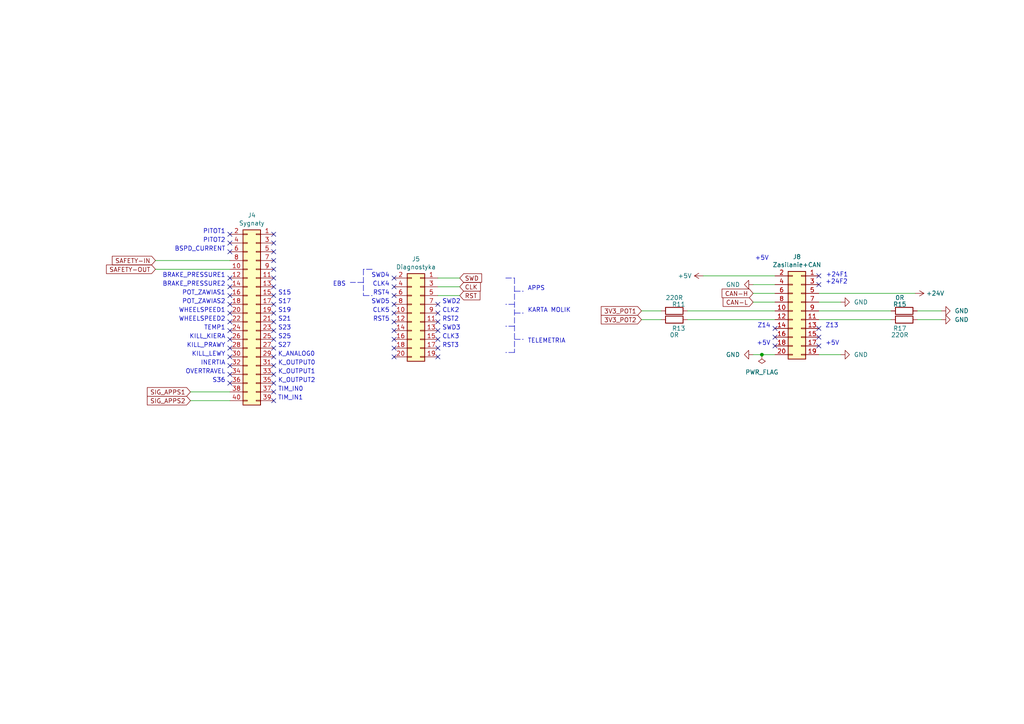
<source format=kicad_sch>
(kicad_sch (version 20211123) (generator eeschema)
  (paper "A4")
  (lib_symbols
    (symbol "Device:R" (pin_numbers hide) (pin_names (offset 0))
      (property "Reference" "R" (at 2.032 0 90))
      (property "Value" "R" (at 0 0 90))
      (symbol "R_0_1"
        (rectangle (start -1.016 -2.54) (end 1.016 2.54) (stroke (width 0.254)))
      )
      (symbol "R_1_1"
        (pin passive line (at 0 3.81 270) (length 1.27) (name "~") (number "1"))
        (pin passive line (at 0 -3.81 90) (length 1.27) (name "~") (number "2"))
      )
    )
    (symbol "conn_02x10_odd_even:Conn_02x10_Odd_Even" (pin_names (offset 1.016) hide)
      (property "Reference" "J" (at 1.27 12.7 0))
      (property "Value" "conn_02x10_odd_even_Conn_02x10_Odd_Even" (at 1.27 -15.24 0))
      (symbol "Conn_02x10_Odd_Even_1_1"
        (rectangle (start -1.27 -12.573) (end 0 -12.827) (stroke (width 0.1524)))
        (rectangle (start -1.27 -10.033) (end 0 -10.287) (stroke (width 0.1524)))
        (rectangle (start -1.27 -7.493) (end 0 -7.747) (stroke (width 0.1524)))
        (rectangle (start -1.27 -4.953) (end 0 -5.207) (stroke (width 0.1524)))
        (rectangle (start -1.27 -2.413) (end 0 -2.667) (stroke (width 0.1524)))
        (rectangle (start -1.27 0.127) (end 0 -0.127) (stroke (width 0.1524)))
        (rectangle (start -1.27 2.667) (end 0 2.413) (stroke (width 0.1524)))
        (rectangle (start -1.27 5.207) (end 0 4.953) (stroke (width 0.1524)))
        (rectangle (start -1.27 7.747) (end 0 7.493) (stroke (width 0.1524)))
        (rectangle (start -1.27 10.287) (end 0 10.033) (stroke (width 0.1524)))
        (rectangle (start -1.27 11.43) (end 3.81 -13.97) (stroke (width 0.254)) (fill (type background)))
        (rectangle (start 3.81 -12.573) (end 2.54 -12.827) (stroke (width 0.1524)))
        (rectangle (start 3.81 -10.033) (end 2.54 -10.287) (stroke (width 0.1524)))
        (rectangle (start 3.81 -7.493) (end 2.54 -7.747) (stroke (width 0.1524)))
        (rectangle (start 3.81 -4.953) (end 2.54 -5.207) (stroke (width 0.1524)))
        (rectangle (start 3.81 -2.413) (end 2.54 -2.667) (stroke (width 0.1524)))
        (rectangle (start 3.81 0.127) (end 2.54 -0.127) (stroke (width 0.1524)))
        (rectangle (start 3.81 2.667) (end 2.54 2.413) (stroke (width 0.1524)))
        (rectangle (start 3.81 5.207) (end 2.54 4.953) (stroke (width 0.1524)))
        (rectangle (start 3.81 7.747) (end 2.54 7.493) (stroke (width 0.1524)))
        (rectangle (start 3.81 10.287) (end 2.54 10.033) (stroke (width 0.1524)))
        (pin passive line (at 7.62 10.16 180) (length 3.81) (name "Pin_1") (number "1"))
        (pin passive line (at -5.08 0 0) (length 3.81) (name "Pin_10") (number "10"))
        (pin passive line (at 7.62 -2.54 180) (length 3.81) (name "Pin_11") (number "11"))
        (pin passive line (at -5.08 -2.54 0) (length 3.81) (name "Pin_12") (number "12"))
        (pin passive line (at 7.62 -5.08 180) (length 3.81) (name "Pin_13") (number "13"))
        (pin passive line (at -5.08 -5.08 0) (length 3.81) (name "Pin_14") (number "14"))
        (pin passive line (at 7.62 -7.62 180) (length 3.81) (name "Pin_15") (number "15"))
        (pin passive line (at -5.08 -7.62 0) (length 3.81) (name "Pin_16") (number "16"))
        (pin passive line (at 7.62 -10.16 180) (length 3.81) (name "Pin_17") (number "17"))
        (pin passive line (at -5.08 -10.16 0) (length 3.81) (name "Pin_18") (number "18"))
        (pin passive line (at 7.62 -12.7 180) (length 3.81) (name "Pin_19") (number "19"))
        (pin passive line (at -5.08 10.16 0) (length 3.81) (name "Pin_2") (number "2"))
        (pin passive line (at -5.08 -12.7 0) (length 3.81) (name "Pin_20") (number "20"))
        (pin passive line (at 7.62 7.62 180) (length 3.81) (name "Pin_3") (number "3"))
        (pin passive line (at -5.08 7.62 0) (length 3.81) (name "Pin_4") (number "4"))
        (pin passive line (at 7.62 5.08 180) (length 3.81) (name "Pin_5") (number "5"))
        (pin passive line (at -5.08 5.08 0) (length 3.81) (name "Pin_6") (number "6"))
        (pin passive line (at 7.62 2.54 180) (length 3.81) (name "Pin_7") (number "7"))
        (pin passive line (at -5.08 2.54 0) (length 3.81) (name "Pin_8") (number "8"))
        (pin passive line (at 7.62 0 180) (length 3.81) (name "Pin_9") (number "9"))
      )
    )
    (symbol "conn_02x20_odd_even:Conn_02x20_Odd_Even" (pin_names (offset 1.016) hide)
      (property "Reference" "J" (at 1.27 25.4 0))
      (property "Value" "conn_02x20_odd_even_Conn_02x20_Odd_Even" (at 30.48 -25.4 0))
      (symbol "Conn_02x20_Odd_Even_1_1"
        (rectangle (start -1.27 -25.273) (end 0 -25.527) (stroke (width 0.1524)))
        (rectangle (start -1.27 -22.733) (end 0 -22.987) (stroke (width 0.1524)))
        (rectangle (start -1.27 -20.193) (end 0 -20.447) (stroke (width 0.1524)))
        (rectangle (start -1.27 -17.653) (end 0 -17.907) (stroke (width 0.1524)))
        (rectangle (start -1.27 -15.113) (end 0 -15.367) (stroke (width 0.1524)))
        (rectangle (start -1.27 -12.573) (end 0 -12.827) (stroke (width 0.1524)))
        (rectangle (start -1.27 -10.033) (end 0 -10.287) (stroke (width 0.1524)))
        (rectangle (start -1.27 -7.493) (end 0 -7.747) (stroke (width 0.1524)))
        (rectangle (start -1.27 -4.953) (end 0 -5.207) (stroke (width 0.1524)))
        (rectangle (start -1.27 -2.413) (end 0 -2.667) (stroke (width 0.1524)))
        (rectangle (start -1.27 0.127) (end 0 -0.127) (stroke (width 0.1524)))
        (rectangle (start -1.27 2.667) (end 0 2.413) (stroke (width 0.1524)))
        (rectangle (start -1.27 5.207) (end 0 4.953) (stroke (width 0.1524)))
        (rectangle (start -1.27 7.747) (end 0 7.493) (stroke (width 0.1524)))
        (rectangle (start -1.27 10.287) (end 0 10.033) (stroke (width 0.1524)))
        (rectangle (start -1.27 12.827) (end 0 12.573) (stroke (width 0.1524)))
        (rectangle (start -1.27 15.367) (end 0 15.113) (stroke (width 0.1524)))
        (rectangle (start -1.27 17.907) (end 0 17.653) (stroke (width 0.1524)))
        (rectangle (start -1.27 20.447) (end 0 20.193) (stroke (width 0.1524)))
        (rectangle (start -1.27 22.987) (end 0 22.733) (stroke (width 0.1524)))
        (rectangle (start -1.27 24.13) (end 3.81 -26.67) (stroke (width 0.254)) (fill (type background)))
        (rectangle (start 3.81 -25.273) (end 2.54 -25.527) (stroke (width 0.1524)))
        (rectangle (start 3.81 -22.733) (end 2.54 -22.987) (stroke (width 0.1524)))
        (rectangle (start 3.81 -20.193) (end 2.54 -20.447) (stroke (width 0.1524)))
        (rectangle (start 3.81 -17.653) (end 2.54 -17.907) (stroke (width 0.1524)))
        (rectangle (start 3.81 -15.113) (end 2.54 -15.367) (stroke (width 0.1524)))
        (rectangle (start 3.81 -12.573) (end 2.54 -12.827) (stroke (width 0.1524)))
        (rectangle (start 3.81 -10.033) (end 2.54 -10.287) (stroke (width 0.1524)))
        (rectangle (start 3.81 -7.493) (end 2.54 -7.747) (stroke (width 0.1524)))
        (rectangle (start 3.81 -4.953) (end 2.54 -5.207) (stroke (width 0.1524)))
        (rectangle (start 3.81 -2.413) (end 2.54 -2.667) (stroke (width 0.1524)))
        (rectangle (start 3.81 0.127) (end 2.54 -0.127) (stroke (width 0.1524)))
        (rectangle (start 3.81 2.667) (end 2.54 2.413) (stroke (width 0.1524)))
        (rectangle (start 3.81 5.207) (end 2.54 4.953) (stroke (width 0.1524)))
        (rectangle (start 3.81 7.747) (end 2.54 7.493) (stroke (width 0.1524)))
        (rectangle (start 3.81 10.287) (end 2.54 10.033) (stroke (width 0.1524)))
        (rectangle (start 3.81 12.827) (end 2.54 12.573) (stroke (width 0.1524)))
        (rectangle (start 3.81 15.367) (end 2.54 15.113) (stroke (width 0.1524)))
        (rectangle (start 3.81 17.907) (end 2.54 17.653) (stroke (width 0.1524)))
        (rectangle (start 3.81 20.447) (end 2.54 20.193) (stroke (width 0.1524)))
        (rectangle (start 3.81 22.987) (end 2.54 22.733) (stroke (width 0.1524)))
        (pin passive line (at 7.62 22.86 180) (length 3.81) (name "Pin_1") (number "1"))
        (pin passive line (at -5.08 12.7 0) (length 3.81) (name "Pin_10") (number "10"))
        (pin passive line (at 7.62 10.16 180) (length 3.81) (name "Pin_11") (number "11"))
        (pin passive line (at -5.08 10.16 0) (length 3.81) (name "Pin_12") (number "12"))
        (pin passive line (at 7.62 7.62 180) (length 3.81) (name "Pin_13") (number "13"))
        (pin passive line (at -5.08 7.62 0) (length 3.81) (name "Pin_14") (number "14"))
        (pin passive line (at 7.62 5.08 180) (length 3.81) (name "Pin_15") (number "15"))
        (pin passive line (at -5.08 5.08 0) (length 3.81) (name "Pin_16") (number "16"))
        (pin passive line (at 7.62 2.54 180) (length 3.81) (name "Pin_17") (number "17"))
        (pin passive line (at -5.08 2.54 0) (length 3.81) (name "Pin_18") (number "18"))
        (pin passive line (at 7.62 0 180) (length 3.81) (name "Pin_19") (number "19"))
        (pin passive line (at -5.08 22.86 0) (length 3.81) (name "Pin_2") (number "2"))
        (pin passive line (at -5.08 0 0) (length 3.81) (name "Pin_20") (number "20"))
        (pin passive line (at 7.62 -2.54 180) (length 3.81) (name "Pin_21") (number "21"))
        (pin passive line (at -5.08 -2.54 0) (length 3.81) (name "Pin_22") (number "22"))
        (pin passive line (at 7.62 -5.08 180) (length 3.81) (name "Pin_23") (number "23"))
        (pin passive line (at -5.08 -5.08 0) (length 3.81) (name "Pin_24") (number "24"))
        (pin passive line (at 7.62 -7.62 180) (length 3.81) (name "Pin_25") (number "25"))
        (pin passive line (at -5.08 -7.62 0) (length 3.81) (name "Pin_26") (number "26"))
        (pin passive line (at 7.62 -10.16 180) (length 3.81) (name "Pin_27") (number "27"))
        (pin passive line (at -5.08 -10.16 0) (length 3.81) (name "Pin_28") (number "28"))
        (pin passive line (at 7.62 -12.7 180) (length 3.81) (name "Pin_29") (number "29"))
        (pin passive line (at 7.62 20.32 180) (length 3.81) (name "Pin_3") (number "3"))
        (pin passive line (at -5.08 -12.7 0) (length 3.81) (name "Pin_30") (number "30"))
        (pin passive line (at 7.62 -15.24 180) (length 3.81) (name "Pin_31") (number "31"))
        (pin passive line (at -5.08 -15.24 0) (length 3.81) (name "Pin_32") (number "32"))
        (pin passive line (at 7.62 -17.78 180) (length 3.81) (name "Pin_33") (number "33"))
        (pin passive line (at -5.08 -17.78 0) (length 3.81) (name "Pin_34") (number "34"))
        (pin passive line (at 7.62 -20.32 180) (length 3.81) (name "Pin_35") (number "35"))
        (pin passive line (at -5.08 -20.32 0) (length 3.81) (name "Pin_36") (number "36"))
        (pin passive line (at 7.62 -22.86 180) (length 3.81) (name "Pin_37") (number "37"))
        (pin passive line (at -5.08 -22.86 0) (length 3.81) (name "Pin_38") (number "38"))
        (pin passive line (at 7.62 -25.4 180) (length 3.81) (name "Pin_39") (number "39"))
        (pin passive line (at -5.08 20.32 0) (length 3.81) (name "Pin_4") (number "4"))
        (pin passive line (at -5.08 -25.4 0) (length 3.81) (name "Pin_40") (number "40"))
        (pin passive line (at 7.62 17.78 180) (length 3.81) (name "Pin_5") (number "5"))
        (pin passive line (at -5.08 17.78 0) (length 3.81) (name "Pin_6") (number "6"))
        (pin passive line (at 7.62 15.24 180) (length 3.81) (name "Pin_7") (number "7"))
        (pin passive line (at -5.08 15.24 0) (length 3.81) (name "Pin_8") (number "8"))
        (pin passive line (at 7.62 12.7 180) (length 3.81) (name "Pin_9") (number "9"))
      )
    )
    (symbol "power:+24V" (power) (pin_names (offset 0))
      (property "Value" "+24V" (at 0 3.556 0))
      (symbol "+24V_0_1"
        (polyline (pts (xy -0.762 1.27) (xy 0 2.54)))
        (polyline (pts (xy 0 0) (xy 0 2.54)))
        (polyline (pts (xy 0 2.54) (xy 0.762 1.27)))
      )
      (symbol "+24V_1_1"
        (pin power_in line (at 0 0 90) (length 0) hide (name "+24V") (number "1"))
      )
    )
    (symbol "power:+5V" (power) (pin_names (offset 0))
      (property "Value" "+5V" (at 0 3.556 0))
      (symbol "+5V_0_1"
        (polyline (pts (xy -0.762 1.27) (xy 0 2.54)))
        (polyline (pts (xy 0 0) (xy 0 2.54)))
        (polyline (pts (xy 0 2.54) (xy 0.762 1.27)))
      )
      (symbol "+5V_1_1"
        (pin power_in line (at 0 0 90) (length 0) hide (name "+5V") (number "1"))
      )
    )
    (symbol "power:GND" (power) (pin_names (offset 0))
      (property "Value" "GND" (at 0 -3.81 0))
      (symbol "GND_0_1"
        (polyline (pts (xy 0 0) (xy 0 -1.27) (xy 1.27 -1.27) (xy 0 -2.54) (xy -1.27 -1.27) (xy 0 -1.27)))
      )
      (symbol "GND_1_1"
        (pin power_in line (at 0 0 270) (length 0) hide (name "GND") (number "1"))
      )
    )
    (symbol "power:PWR_FLAG" (power) (pin_numbers hide) (pin_names (offset 0) hide)
      (property "Value" "PWR_FLAG" (at 0 3.81 0))
      (symbol "PWR_FLAG_0_0"
        (pin power_out line (at 0 0 90) (length 0) (name "pwr") (number "1"))
      )
      (symbol "PWR_FLAG_0_1"
        (polyline (pts (xy 0 0) (xy 0 1.27) (xy -1.016 1.905) (xy 0 2.54) (xy 1.016 1.905) (xy 0 1.27)))
      )
    )
  )
  (junction (at 220.98 102.87))
  (no_connect (at 79.375 70.485))
  (no_connect (at 127 88.265))
  (no_connect (at 127 100.965))
  (no_connect (at 127 90.805))
  (no_connect (at 127 93.345))
  (no_connect (at 114.3 80.645))
  (no_connect (at 114.3 83.185))
  (no_connect (at 114.3 85.725))
  (no_connect (at 114.3 88.265))
  (no_connect (at 114.3 90.805))
  (no_connect (at 114.3 93.345))
  (no_connect (at 127 95.885))
  (no_connect (at 127 98.425))
  (no_connect (at 114.3 100.965))
  (no_connect (at 79.375 67.945))
  (no_connect (at 79.375 75.565))
  (no_connect (at 79.375 73.025))
  (no_connect (at 66.675 106.045))
  (no_connect (at 66.675 108.585))
  (no_connect (at 66.675 111.125))
  (no_connect (at 66.675 95.885))
  (no_connect (at 66.675 98.425))
  (no_connect (at 66.675 100.965))
  (no_connect (at 66.675 103.505))
  (no_connect (at 66.675 85.725))
  (no_connect (at 66.675 88.265))
  (no_connect (at 66.675 90.805))
  (no_connect (at 66.675 93.345))
  (no_connect (at 66.675 67.945))
  (no_connect (at 66.675 70.485))
  (no_connect (at 66.675 73.025))
  (no_connect (at 66.675 80.645))
  (no_connect (at 66.675 83.185))
  (no_connect (at 79.375 78.105))
  (no_connect (at 237.49 82.55))
  (no_connect (at 237.49 100.33))
  (no_connect (at 237.49 95.25))
  (no_connect (at 224.79 95.25))
  (no_connect (at 224.79 100.33))
  (no_connect (at 237.49 97.79))
  (no_connect (at 79.375 106.045))
  (no_connect (at 79.375 98.425))
  (no_connect (at 79.375 100.965))
  (no_connect (at 79.375 103.505))
  (no_connect (at 79.375 108.585))
  (no_connect (at 79.375 111.125))
  (no_connect (at 79.375 113.665))
  (no_connect (at 79.375 116.205))
  (no_connect (at 79.375 88.265))
  (no_connect (at 79.375 90.805))
  (no_connect (at 79.375 93.345))
  (no_connect (at 79.375 95.885))
  (no_connect (at 79.375 85.725))
  (no_connect (at 114.3 95.885))
  (no_connect (at 237.49 80.01))
  (no_connect (at 114.3 98.425))
  (no_connect (at 79.375 83.185))
  (no_connect (at 79.375 80.645))
  (no_connect (at 114.3 103.505))
  (no_connect (at 224.79 97.79))
  (no_connect (at 127 103.505))
  (polyline (pts (xy 149.225 80.645) (xy 149.225 102.235)))
  (wire (pts (xy 127 85.725) (xy 133.35 85.725)))
  (wire (pts (xy 237.49 90.17) (xy 258.445 90.17)))
  (wire (pts (xy 266.065 90.17) (xy 273.05 90.17)))
  (wire (pts (xy 237.49 85.09) (xy 265.43 85.09)))
  (polyline (pts (xy 105.41 85.725) (xy 107.95 85.725)))
  (polyline (pts (xy 149.225 84.455) (xy 151.765 84.455)))
  (polyline (pts (xy 149.225 98.425) (xy 151.765 98.425)))
  (polyline (pts (xy 149.225 94.615) (xy 146.685 94.615)))
  (wire (pts (xy 45.085 75.565) (xy 66.675 75.565)))
  (wire (pts (xy 45.085 78.105) (xy 66.675 78.105)))
  (wire (pts (xy 224.79 102.87) (xy 220.98 102.87)))
  (wire (pts (xy 127 83.185) (xy 133.35 83.185)))
  (polyline (pts (xy 105.41 81.915) (xy 101.6 81.915)))
  (polyline (pts (xy 149.225 102.235) (xy 146.685 102.235)))
  (wire (pts (xy 224.79 82.55) (xy 218.44 82.55)))
  (polyline (pts (xy 149.225 90.805) (xy 151.765 90.805)))
  (wire (pts (xy 266.065 92.71) (xy 273.05 92.71)))
  (wire (pts (xy 199.39 92.71) (xy 224.79 92.71)))
  (wire (pts (xy 224.79 87.63) (xy 218.44 87.63)))
  (wire (pts (xy 237.49 87.63) (xy 243.84 87.63)))
  (polyline (pts (xy 107.95 78.105) (xy 105.41 78.105)))
  (wire (pts (xy 199.39 90.17) (xy 224.79 90.17)))
  (wire (pts (xy 186.055 92.71) (xy 191.77 92.71)))
  (wire (pts (xy 237.49 102.87) (xy 243.84 102.87)))
  (polyline (pts (xy 146.685 80.645) (xy 149.225 80.645)))
  (wire (pts (xy 55.245 116.205) (xy 66.675 116.205)))
  (wire (pts (xy 224.79 80.01) (xy 203.962 80.01)))
  (wire (pts (xy 220.98 102.87) (xy 218.44 102.87)))
  (wire (pts (xy 55.245 113.665) (xy 66.675 113.665)))
  (wire (pts (xy 224.79 85.09) (xy 218.44 85.09)))
  (wire (pts (xy 127 80.645) (xy 133.35 80.645)))
  (wire (pts (xy 186.055 90.17) (xy 191.77 90.17)))
  (polyline (pts (xy 149.225 88.265) (xy 146.685 88.265)))
  (wire (pts (xy 237.49 92.71) (xy 258.445 92.71)))
  (polyline (pts (xy 105.41 78.105) (xy 105.41 85.725)))
  (text "OVERTRAVEL" (at 65.405 108.585 180) (effects (font (size 1.27 1.27)) (justify right bottom)))
  (text "S19\n" (at 80.645 90.805 0) (effects (font (size 1.27 1.27)) (justify left bottom)))
  (text "K_OUTPUT0" (at 80.645 106.045 0) (effects (font (size 1.27 1.27)) (justify left bottom)))
  (text "SWD4" (at 113.03 80.645 180) (effects (font (size 1.27 1.27)) (justify right bottom)))
  (text "WHEELSPEED2" (at 65.405 93.345 180) (effects (font (size 1.27 1.27)) (justify right bottom)))
  (text "CLK2" (at 128.27 90.805 0) (effects (font (size 1.27 1.27)) (justify left bottom)))
  (text "+24F1" (at 239.522 80.518 0) (effects (font (size 1.27 1.27)) (justify left bottom)))
  (text "PITOT2" (at 65.405 70.485 180) (effects (font (size 1.27 1.27)) (justify right bottom)))
  (text "SWD5" (at 113.03 88.265 180) (effects (font (size 1.27 1.27)) (justify right bottom)))
  (text "KILL_PRAWY" (at 65.405 100.965 180) (effects (font (size 1.27 1.27)) (justify right bottom)))
  (text "BRAKE_PRESSURE2\n" (at 65.405 83.185 180) (effects (font (size 1.27 1.27)) (justify right bottom)))
  (text "+24F2\n" (at 239.395 82.55 0) (effects (font (size 1.27 1.27)) (justify left bottom)))
  (text "POT_ZAWIAS2" (at 65.405 88.265 180) (effects (font (size 1.27 1.27)) (justify right bottom)))
  (text "PITOT1" (at 65.405 67.945 180) (effects (font (size 1.27 1.27)) (justify right bottom)))
  (text "RST4\n" (at 113.03 85.725 180) (effects (font (size 1.27 1.27)) (justify right bottom)))
  (text "TEMP1" (at 65.405 95.885 180) (effects (font (size 1.27 1.27)) (justify right bottom)))
  (text "S36\n" (at 65.405 111.125 180) (effects (font (size 1.27 1.27)) (justify right bottom)))
  (text "BSPD_CURRENT" (at 65.405 73.025 180) (effects (font (size 1.27 1.27)) (justify right bottom)))
  (text "SWD2\n" (at 128.27 88.265 0) (effects (font (size 1.27 1.27)) (justify left bottom)))
  (text "K_ANALOG0" (at 80.593 103.5039 0) (effects (font (size 1.27 1.27)) (justify left bottom)))
  (text "S15" (at 80.645 85.725 0) (effects (font (size 1.27 1.27)) (justify left bottom)))
  (text "SWD3" (at 128.27 95.885 0) (effects (font (size 1.27 1.27)) (justify left bottom)))
  (text "CLK3" (at 128.27 98.425 0) (effects (font (size 1.27 1.27)) (justify left bottom)))
  (text "BRAKE_PRESSURE1" (at 65.405 80.645 180) (effects (font (size 1.27 1.27)) (justify right bottom)))
  (text "TELEMETRIA" (at 153.035 99.695 0) (effects (font (size 1.27 1.27)) (justify left bottom)))
  (text "KILL_LEWY" (at 65.405 103.505 180) (effects (font (size 1.27 1.27)) (justify right bottom)))
  (text "WHEELSPEED1" (at 65.405 90.805 180) (effects (font (size 1.27 1.27)) (justify right bottom)))
  (text "APPS" (at 153.035 84.455 0) (effects (font (size 1.27 1.27)) (justify left bottom)))
  (text "Z14" (at 223.52 95.25 180) (effects (font (size 1.27 1.27)) (justify right bottom)))
  (text "S23" (at 80.645 95.885 0) (effects (font (size 1.27 1.27)) (justify left bottom)))
  (text "RST5" (at 113.03 93.345 180) (effects (font (size 1.27 1.27)) (justify right bottom)))
  (text "KARTA MOLIK" (at 153.035 90.805 0) (effects (font (size 1.27 1.27)) (justify left bottom)))
  (text "CLK5" (at 113.03 90.805 180) (effects (font (size 1.27 1.27)) (justify right bottom)))
  (text "K_OUTPUT2" (at 80.645 111.125 0) (effects (font (size 1.27 1.27)) (justify left bottom)))
  (text "+5V" (at 239.395 100.33 0) (effects (font (size 1.27 1.27)) (justify left bottom)))
  (text "K_OUTPUT1" (at 80.645 108.585 0) (effects (font (size 1.27 1.27)) (justify left bottom)))
  (text "RST3" (at 128.27 100.965 0) (effects (font (size 1.27 1.27)) (justify left bottom)))
  (text "S25\n" (at 80.645 98.425 0) (effects (font (size 1.27 1.27)) (justify left bottom)))
  (text "+5V" (at 223.012 75.692 180) (effects (font (size 1.27 1.27)) (justify right bottom)))
  (text "TIM_IN0" (at 80.645 113.665 0) (effects (font (size 1.27 1.27)) (justify left bottom)))
  (text "S27" (at 80.593 100.9467 0) (effects (font (size 1.27 1.27)) (justify left bottom)))
  (text "KILL_KIERA" (at 65.405 98.425 180) (effects (font (size 1.27 1.27)) (justify right bottom)))
  (text "Z13" (at 239.395 95.25 0) (effects (font (size 1.27 1.27)) (justify left bottom)))
  (text "TIM_IN1" (at 80.593 116.1856 0) (effects (font (size 1.27 1.27)) (justify left bottom)))
  (text "RST2" (at 128.27 93.345 0) (effects (font (size 1.27 1.27)) (justify left bottom)))
  (text "CLK4" (at 113.03 83.185 180) (effects (font (size 1.27 1.27)) (justify right bottom)))
  (text "POT_ZAWIAS1" (at 65.405 85.725 180) (effects (font (size 1.27 1.27)) (justify right bottom)))
  (text "S17" (at 80.645 88.265 0) (effects (font (size 1.27 1.27)) (justify left bottom)))
  (text "INERTIA\n" (at 65.405 106.045 180) (effects (font (size 1.27 1.27)) (justify right bottom)))
  (text "S21" (at 80.645 93.345 0) (effects (font (size 1.27 1.27)) (justify left bottom)))
  (text "+5V" (at 223.52 100.33 180) (effects (font (size 1.27 1.27)) (justify right bottom)))
  (text "EBS" (at 96.52 83.185 0) (effects (font (size 1.27 1.27)) (justify left bottom)))
  (global_label "SAFETY-OUT" (shape input) (at 45.085 78.105 180) (property "Intersheet References" "${INTERSHEET_REFS}" (effects hide)))
  (global_label "3V3_POT2" (shape input) (at 186.055 92.71 180) (property "Intersheet References" "${INTERSHEET_REFS}" (effects hide)))
  (global_label "SWD" (shape input) (at 133.35 80.645 0) (property "Intersheet References" "${INTERSHEET_REFS}" (effects hide)))
  (global_label "RST" (shape input) (at 133.35 85.725 0) (property "Intersheet References" "${INTERSHEET_REFS}" (effects hide)))
  (global_label "SAFETY-IN" (shape input) (at 45.085 75.565 180) (property "Intersheet References" "${INTERSHEET_REFS}" (effects hide)))
  (global_label "CAN-L" (shape input) (at 218.44 87.63 180) (property "Intersheet References" "${INTERSHEET_REFS}" (effects hide)))
  (global_label "SIG_APPS1" (shape input) (at 55.245 113.665 180) (property "Intersheet References" "${INTERSHEET_REFS}" (effects hide)))
  (global_label "3V3_POT1" (shape input) (at 186.055 90.17 180) (property "Intersheet References" "${INTERSHEET_REFS}" (effects hide)))
  (global_label "CLK" (shape input) (at 133.35 83.185 0) (property "Intersheet References" "${INTERSHEET_REFS}" (effects hide)))
  (global_label "CAN-H" (shape input) (at 218.44 85.09 180) (property "Intersheet References" "${INTERSHEET_REFS}" (effects hide)))
  (global_label "SIG_APPS2" (shape input) (at 55.245 116.205 180) (property "Intersheet References" "${INTERSHEET_REFS}" (effects hide)))
  (symbol (lib_id "power:+5V") (at 203.962 80.01 90) (unit 1)
    (property "Reference" "#PWR0113" (effects hide))
    (property "Value" "+5V" (at 200.66 80.0099 90) (effects (justify left)))
  )
  (symbol (lib_id "Device:R") (at 262.255 92.71 270) (unit 1)
    (property "Reference" "R17" (at 260.985 95.25 90))
    (property "Value" "220R" (at 260.985 97.155 90))
    (property "Footprint" "Resistor_SMD:R_1206_3216Metric" (effects hide))
  )
  (symbol (lib_id "power:+24V") (at 265.43 85.09 270) (unit 1)
    (property "Reference" "#PWR0111" (effects hide))
    (property "Value" "+24V" (at 268.605 85.0899 90) (effects (justify left)))
  )
  (symbol (lib_id "power:GND") (at 273.05 92.71 90) (unit 1)
    (property "Reference" "#PWR0110" (effects hide))
    (property "Value" "GND" (at 276.86 92.7099 90) (effects (justify right)))
  )
  (symbol (lib_id "power:GND") (at 243.84 102.87 90) (unit 1)
    (property "Reference" "#PWR0105" (effects hide))
    (property "Value" "GND" (at 247.65 102.8699 90) (effects (justify right)))
  )
  (symbol (lib_id "conn_02x10_odd_even:Conn_02x10_Odd_Even") (at 119.38 90.805 0) (unit 1)
    (property "Reference" "J5" (at 120.65 75.1332 0))
    (property "Value" "Diagnostyka" (at 120.65 77.4446 0))
    (property "Footprint" "Connector_PinSocket_2.54mm:PinSocket_2x10_P2.54mm_Vertical" (effects hide))
  )
  (symbol (lib_id "power:GND") (at 218.44 102.87 270) (unit 1)
    (property "Reference" "#PWR0107" (effects hide))
    (property "Value" "GND" (at 214.63 102.8699 90) (effects (justify right)))
  )
  (symbol (lib_id "power:GND") (at 243.84 87.63 90) (unit 1)
    (property "Reference" "#PWR0108" (effects hide))
    (property "Value" "GND" (at 247.65 87.6299 90) (effects (justify right)))
  )
  (symbol (lib_id "power:GND") (at 273.05 90.17 90) (unit 1)
    (property "Reference" "#PWR0109" (effects hide))
    (property "Value" "GND" (at 276.86 90.1699 90) (effects (justify right)))
  )
  (symbol (lib_id "conn_02x10_odd_even:Conn_02x10_Odd_Even") (at 229.87 90.17 0) (unit 1)
    (property "Reference" "J8" (at 231.14 74.4982 0))
    (property "Value" "Zasilanie+CAN" (at 231.14 76.8096 0))
    (property "Footprint" "Connector_PinSocket_2.54mm:PinSocket_2x10_P2.54mm_Vertical" (effects hide))
  )
  (symbol (lib_id "conn_02x20_odd_even:Conn_02x20_Odd_Even") (at 71.755 90.805 0) (unit 1)
    (property "Reference" "J4" (at 73.025 62.4332 0))
    (property "Value" "Sygnały" (at 73.025 64.7446 0))
    (property "Footprint" "Connector_PinSocket_2.54mm:PinSocket_2x20_P2.54mm_Vertical" (effects hide))
  )
  (symbol (lib_id "power:GND") (at 218.44 82.55 270) (unit 1)
    (property "Reference" "#PWR0106" (effects hide))
    (property "Value" "GND" (at 214.63 82.5499 90) (effects (justify right)))
  )
  (symbol (lib_id "Device:R") (at 195.58 90.17 90) (unit 1)
    (property "Reference" "R11" (at 196.85 88.265 90))
    (property "Value" "220R" (at 195.58 86.36 90))
    (property "Footprint" "Resistor_SMD:R_1206_3216Metric" (effects hide))
  )
  (symbol (lib_id "Device:R") (at 262.255 90.17 270) (unit 1)
    (property "Reference" "R15" (at 260.985 88.265 90))
    (property "Value" "0R" (at 260.985 86.36 90))
    (property "Footprint" "Resistor_SMD:R_1206_3216Metric" (effects hide))
  )
  (symbol (lib_id "Device:R") (at 195.58 92.71 90) (unit 1)
    (property "Reference" "R13" (at 196.85 95.25 90))
    (property "Value" "0R" (at 195.58 97.155 90))
    (property "Footprint" "Resistor_SMD:R_1206_3216Metric" (effects hide))
  )
  (symbol (lib_id "power:PWR_FLAG") (at 220.98 102.87 180) (unit 1)
    (property "Reference" "#FLG0101" (effects hide))
    (property "Value" "PWR_FLAG" (at 220.98 107.95 0))
  )
)
</source>
